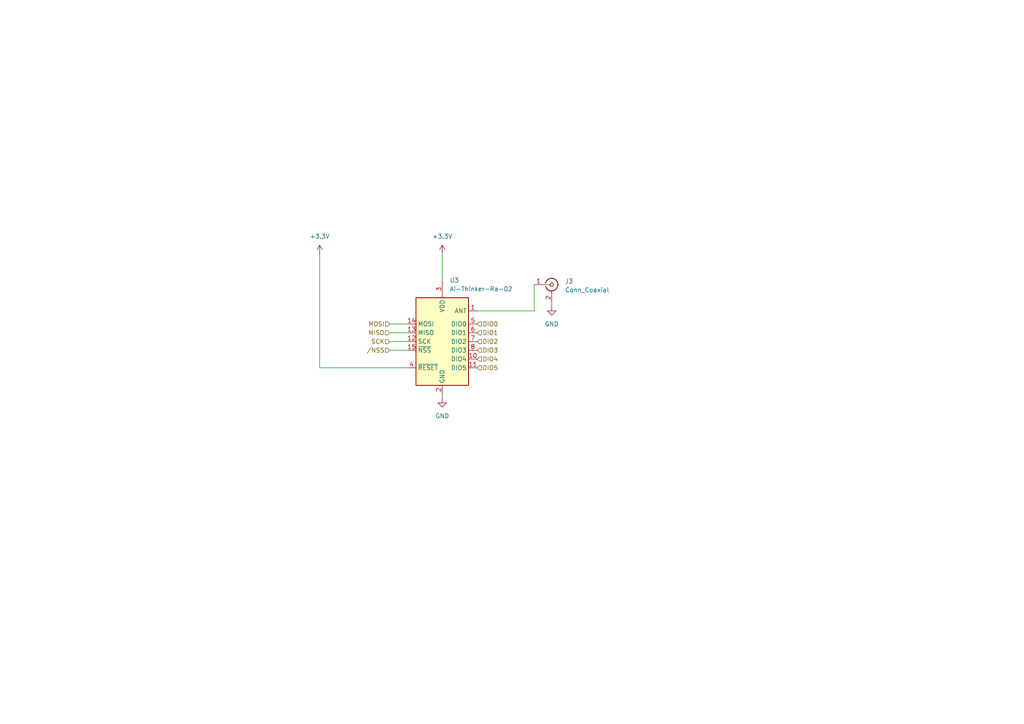
<source format=kicad_sch>
(kicad_sch (version 20250114) (generator "eeschema") (generator_version "9.0")
  (paper "A4")
  (lib_symbols
    (symbol "Connector:Conn_Coaxial" (pin_names (offset 1.016) (hide yes))
      (property "Reference" "J" (at 0.254 3.048 0))
      (property "Value" "Conn_Coaxial" (at 2.921 0 90))
      (symbol "Conn_Coaxial_0_1"
        (polyline (pts (xy -2.54 0) (xy -0.508 0)))
        (arc (start 1.778 0) (mid 0.222 -1.8079) (end -1.778 -0.508) (stroke (width 0.254)))
        (arc (start -1.778 0.508) (mid 0.2221 1.8084) (end 1.778 0) (stroke (width 0.254)))
        (circle (center 0 0) (radius 0.508) (stroke (width 0.2032)))
        (polyline (pts (xy 0 -2.54) (xy 0 -1.778)))
      )
      (symbol "Conn_Coaxial_1_1"
        (pin passive line (at -5.08 0 0) (length 2.54) (name "In") (number "1"))
        (pin passive line (at 0 -5.08 90) (length 2.54) (name "Ext") (number "2"))
      )
    )
    (symbol "RF_Module:Ai-Thinker-Ra-02"
      (property "Reference" "U3" (at 2.1433 17.78 0))
      (property "Value" "Ai-Thinker-Ra-02" (at 2.1433 15.24 0))
      (symbol "Ai-Thinker-Ra-02_0_1"
        (rectangle (start -7.62 12.7) (end 7.62 -12.7) (stroke (width 0.254)) (fill (type background)))
      )
      (symbol "Ai-Thinker-Ra-02_1_1"
        (pin input line (at -10.16 5.08 0) (length 2.54) (name "MOSI") (number "14"))
        (pin output line (at -10.16 2.54 0) (length 2.54) (name "MISO") (number "13"))
        (pin input line (at -10.16 0 0) (length 2.54) (name "SCK") (number "12"))
        (pin input line (at -10.16 -2.54 0) (length 2.54) (name "~{NSS}") (number "15"))
        (pin input line (at -10.16 -7.62 0) (length 2.54) (name "~{RESET}") (number "4"))
        (pin power_in line (at 0 17.78 270) (length 5.08) (name "VDD") (number "3"))
        (pin passive line (at 0 -15.24 90) (length 2.54) (hide yes) (name "GND") (number "1"))
        (pin passive line (at 0 -15.24 90) (length 2.54) (hide yes) (name "GND") (number "16"))
        (pin power_in line (at 0 -15.24 90) (length 2.54) (name "GND") (number "2"))
        (pin passive line (at 0 -15.24 90) (length 2.54) (hide yes) (name "GND") (number "9"))
        (pin bidirectional line (at 10.16 8.89 180) (length 2.54) (name "ANT") (number "1"))
        (pin bidirectional line (at 10.16 5.08 180) (length 2.54) (name "DIO0") (number "5"))
        (pin bidirectional line (at 10.16 2.54 180) (length 2.54) (name "DIO1") (number "6"))
        (pin bidirectional line (at 10.16 0 180) (length 2.54) (name "DIO2") (number "7"))
        (pin bidirectional line (at 10.16 -2.54 180) (length 2.54) (name "DIO3") (number "8"))
        (pin bidirectional line (at 10.16 -5.08 180) (length 2.54) (name "DIO4") (number "10"))
        (pin bidirectional line (at 10.16 -7.62 180) (length 2.54) (name "DIO5") (number "11"))
      )
    )
    (symbol "power:+3.3V" (power) (pin_numbers (hide yes)) (pin_names (offset 0) (hide yes))
      (property "Value" "+3.3V" (at 0 3.556 0))
      (symbol "+3.3V_0_1"
        (polyline (pts (xy -0.762 1.27) (xy 0 2.54)))
        (polyline (pts (xy 0 2.54) (xy 0.762 1.27)))
        (polyline (pts (xy 0 0) (xy 0 2.54)))
      )
      (symbol "+3.3V_1_1"
        (pin power_in line (at 0 0 90) (length 0) (name "~") (number "1"))
      )
    )
    (symbol "power:GND" (power) (pin_numbers (hide yes)) (pin_names (offset 0) (hide yes))
      (property "Value" "GND" (at 0 -3.81 0))
      (symbol "GND_0_1"
        (polyline (pts (xy 0 0) (xy 0 -1.27) (xy 1.27 -1.27) (xy 0 -2.54) (xy -1.27 -1.27) (xy 0 -1.27)))
      )
      (symbol "GND_1_1"
        (pin power_in line (at 0 0 270) (length 0) (name "~") (number "1"))
      )
    )
  )
  (wire (pts (xy 113.03 96.52) (xy 118.11 96.52)))
  (wire (pts (xy 113.03 101.6) (xy 118.11 101.6)))
  (wire (pts (xy 154.94 82.55) (xy 154.94 90.17)))
  (wire (pts (xy 92.71 73.66) (xy 92.71 106.68)))
  (wire (pts (xy 128.27 73.66) (xy 128.27 81.28)))
  (wire (pts (xy 113.03 99.06) (xy 118.11 99.06)))
  (wire (pts (xy 113.03 93.98) (xy 118.11 93.98)))
  (wire (pts (xy 160.02 87.63) (xy 160.02 88.9)))
  (wire (pts (xy 138.43 90.17) (xy 154.94 90.17)))
  (wire (pts (xy 92.71 106.68) (xy 118.11 106.68)))
  (wire (pts (xy 128.27 114.3) (xy 128.27 115.57)))
  (hierarchical_label "DIO2" (shape input) (at 138.43 99.06 0))
  (hierarchical_label "{slash}NSS" (shape input) (at 113.03 101.6 180))
  (hierarchical_label "DIO1" (shape input) (at 138.43 96.52 0))
  (hierarchical_label "MISO" (shape input) (at 113.03 96.52 180))
  (hierarchical_label "DIO4" (shape input) (at 138.43 104.14 0))
  (hierarchical_label "DIO5" (shape input) (at 138.43 106.68 0))
  (hierarchical_label "DIO0" (shape input) (at 138.43 93.98 0))
  (hierarchical_label "MOSI" (shape input) (at 113.03 93.98 180))
  (hierarchical_label "DIO3" (shape input) (at 138.43 101.6 0))
  (hierarchical_label "SCK" (shape input) (at 113.03 99.06 180))
  (symbol (lib_id "power:+3.3V") (at 92.71 73.66 0) (unit 1)
    (property "Reference" "#PWR031" (effects (hide yes)))
    (property "Value" "+3.3V" (at 92.71 68.58 0))
    (property "Description" "Power symbol creates a global label with name \"+3.3V\"" (effects (hide yes)))
  )
  (symbol (lib_id "power:GND") (at 128.27 115.57 0) (unit 1)
    (property "Reference" "#PWR033" (effects (hide yes)))
    (property "Value" "GND" (at 128.27 120.65 0))
    (property "Description" "Power symbol creates a global label with name \"GND\" , ground" (effects (hide yes)))
  )
  (symbol (lib_id "Connector:Conn_Coaxial") (at 160.02 82.55 0) (unit 1)
    (property "Reference" "J3" (at 163.83 81.5731 0) (effects (justify left)))
    (property "Value" "Conn_Coaxial" (at 163.83 84.1131 0) (effects (justify left)))
    (property "Description" "coaxial connector (BNC, SMA, SMB, SMC, Cinch/RCA, LEMO, ...)" (effects (hide yes)))
  )
  (symbol (lib_id "RF_Module:Ai-Thinker-Ra-02") (at 128.27 99.06 0) (unit 1)
    (property "Reference" "U3" (at 130.4133 81.28 0) (effects (justify left)))
    (property "Value" "Ai-Thinker-Ra-02" (at 130.4133 83.82 0) (effects (justify left)))
    (property "Footprint" "RF_Module:Ai-Thinker-Ra-01-LoRa" (effects (hide yes)))
    (property "Datasheet" "http://wiki.ai-thinker.com/_media/lora/docs/c048ps01a1_ra-02_product_specification_v1.1.pdf" (effects (hide yes)))
    (property "Description" "Ai-Thinker Ra-02 410-525 MHz LoRa Module, SPI interface, U.FL antenna connector" (effects (hide yes)))
  )
  (symbol (lib_id "power:+3.3V") (at 128.27 73.66 0) (unit 1)
    (property "Reference" "#PWR032" (effects (hide yes)))
    (property "Value" "+3.3V" (at 128.27 68.58 0))
    (property "Description" "Power symbol creates a global label with name \"+3.3V\"" (effects (hide yes)))
  )
  (symbol (lib_id "power:GND") (at 160.02 88.9 0) (unit 1)
    (property "Reference" "#PWR034" (effects (hide yes)))
    (property "Value" "GND" (at 160.02 93.98 0))
    (property "Description" "Power symbol creates a global label with name \"GND\" , ground" (effects (hide yes)))
  )
)
</source>
